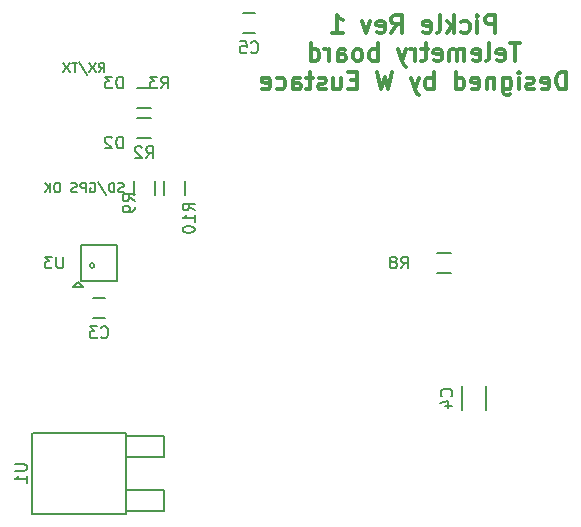
<source format=gbo>
G04 #@! TF.FileFunction,Legend,Bot*
%FSLAX46Y46*%
G04 Gerber Fmt 4.6, Leading zero omitted, Abs format (unit mm)*
G04 Created by KiCad (PCBNEW 4.0.2-stable) date Saturday, 16 July 2016 'pmt' 14:41:27*
%MOMM*%
G01*
G04 APERTURE LIST*
%ADD10C,0.100000*%
%ADD11C,0.300000*%
%ADD12C,0.200000*%
%ADD13C,0.150000*%
G04 APERTURE END LIST*
D10*
D11*
X89407142Y-31298571D02*
X89407142Y-29798571D01*
X88835714Y-29798571D01*
X88692856Y-29870000D01*
X88621428Y-29941429D01*
X88549999Y-30084286D01*
X88549999Y-30298571D01*
X88621428Y-30441429D01*
X88692856Y-30512857D01*
X88835714Y-30584286D01*
X89407142Y-30584286D01*
X87907142Y-31298571D02*
X87907142Y-30298571D01*
X87907142Y-29798571D02*
X87978571Y-29870000D01*
X87907142Y-29941429D01*
X87835714Y-29870000D01*
X87907142Y-29798571D01*
X87907142Y-29941429D01*
X86549999Y-31227143D02*
X86692856Y-31298571D01*
X86978570Y-31298571D01*
X87121428Y-31227143D01*
X87192856Y-31155714D01*
X87264285Y-31012857D01*
X87264285Y-30584286D01*
X87192856Y-30441429D01*
X87121428Y-30370000D01*
X86978570Y-30298571D01*
X86692856Y-30298571D01*
X86549999Y-30370000D01*
X85907142Y-31298571D02*
X85907142Y-29798571D01*
X85764285Y-30727143D02*
X85335714Y-31298571D01*
X85335714Y-30298571D02*
X85907142Y-30870000D01*
X84478570Y-31298571D02*
X84621428Y-31227143D01*
X84692856Y-31084286D01*
X84692856Y-29798571D01*
X83335714Y-31227143D02*
X83478571Y-31298571D01*
X83764285Y-31298571D01*
X83907142Y-31227143D01*
X83978571Y-31084286D01*
X83978571Y-30512857D01*
X83907142Y-30370000D01*
X83764285Y-30298571D01*
X83478571Y-30298571D01*
X83335714Y-30370000D01*
X83264285Y-30512857D01*
X83264285Y-30655714D01*
X83978571Y-30798571D01*
X80621428Y-31298571D02*
X81121428Y-30584286D01*
X81478571Y-31298571D02*
X81478571Y-29798571D01*
X80907143Y-29798571D01*
X80764285Y-29870000D01*
X80692857Y-29941429D01*
X80621428Y-30084286D01*
X80621428Y-30298571D01*
X80692857Y-30441429D01*
X80764285Y-30512857D01*
X80907143Y-30584286D01*
X81478571Y-30584286D01*
X79407143Y-31227143D02*
X79550000Y-31298571D01*
X79835714Y-31298571D01*
X79978571Y-31227143D01*
X80050000Y-31084286D01*
X80050000Y-30512857D01*
X79978571Y-30370000D01*
X79835714Y-30298571D01*
X79550000Y-30298571D01*
X79407143Y-30370000D01*
X79335714Y-30512857D01*
X79335714Y-30655714D01*
X80050000Y-30798571D01*
X78835714Y-30298571D02*
X78478571Y-31298571D01*
X78121429Y-30298571D01*
X75621429Y-31298571D02*
X76478572Y-31298571D01*
X76050000Y-31298571D02*
X76050000Y-29798571D01*
X76192857Y-30012857D01*
X76335715Y-30155714D01*
X76478572Y-30227143D01*
X91514285Y-32198571D02*
X90657142Y-32198571D01*
X91085713Y-33698571D02*
X91085713Y-32198571D01*
X89585714Y-33627143D02*
X89728571Y-33698571D01*
X90014285Y-33698571D01*
X90157142Y-33627143D01*
X90228571Y-33484286D01*
X90228571Y-32912857D01*
X90157142Y-32770000D01*
X90014285Y-32698571D01*
X89728571Y-32698571D01*
X89585714Y-32770000D01*
X89514285Y-32912857D01*
X89514285Y-33055714D01*
X90228571Y-33198571D01*
X88657142Y-33698571D02*
X88800000Y-33627143D01*
X88871428Y-33484286D01*
X88871428Y-32198571D01*
X87514286Y-33627143D02*
X87657143Y-33698571D01*
X87942857Y-33698571D01*
X88085714Y-33627143D01*
X88157143Y-33484286D01*
X88157143Y-32912857D01*
X88085714Y-32770000D01*
X87942857Y-32698571D01*
X87657143Y-32698571D01*
X87514286Y-32770000D01*
X87442857Y-32912857D01*
X87442857Y-33055714D01*
X88157143Y-33198571D01*
X86800000Y-33698571D02*
X86800000Y-32698571D01*
X86800000Y-32841429D02*
X86728572Y-32770000D01*
X86585714Y-32698571D01*
X86371429Y-32698571D01*
X86228572Y-32770000D01*
X86157143Y-32912857D01*
X86157143Y-33698571D01*
X86157143Y-32912857D02*
X86085714Y-32770000D01*
X85942857Y-32698571D01*
X85728572Y-32698571D01*
X85585714Y-32770000D01*
X85514286Y-32912857D01*
X85514286Y-33698571D01*
X84228572Y-33627143D02*
X84371429Y-33698571D01*
X84657143Y-33698571D01*
X84800000Y-33627143D01*
X84871429Y-33484286D01*
X84871429Y-32912857D01*
X84800000Y-32770000D01*
X84657143Y-32698571D01*
X84371429Y-32698571D01*
X84228572Y-32770000D01*
X84157143Y-32912857D01*
X84157143Y-33055714D01*
X84871429Y-33198571D01*
X83728572Y-32698571D02*
X83157143Y-32698571D01*
X83514286Y-32198571D02*
X83514286Y-33484286D01*
X83442858Y-33627143D01*
X83300000Y-33698571D01*
X83157143Y-33698571D01*
X82657143Y-33698571D02*
X82657143Y-32698571D01*
X82657143Y-32984286D02*
X82585715Y-32841429D01*
X82514286Y-32770000D01*
X82371429Y-32698571D01*
X82228572Y-32698571D01*
X81871429Y-32698571D02*
X81514286Y-33698571D01*
X81157144Y-32698571D02*
X81514286Y-33698571D01*
X81657144Y-34055714D01*
X81728572Y-34127143D01*
X81871429Y-34198571D01*
X79442858Y-33698571D02*
X79442858Y-32198571D01*
X79442858Y-32770000D02*
X79300001Y-32698571D01*
X79014287Y-32698571D01*
X78871430Y-32770000D01*
X78800001Y-32841429D01*
X78728572Y-32984286D01*
X78728572Y-33412857D01*
X78800001Y-33555714D01*
X78871430Y-33627143D01*
X79014287Y-33698571D01*
X79300001Y-33698571D01*
X79442858Y-33627143D01*
X77871429Y-33698571D02*
X78014287Y-33627143D01*
X78085715Y-33555714D01*
X78157144Y-33412857D01*
X78157144Y-32984286D01*
X78085715Y-32841429D01*
X78014287Y-32770000D01*
X77871429Y-32698571D01*
X77657144Y-32698571D01*
X77514287Y-32770000D01*
X77442858Y-32841429D01*
X77371429Y-32984286D01*
X77371429Y-33412857D01*
X77442858Y-33555714D01*
X77514287Y-33627143D01*
X77657144Y-33698571D01*
X77871429Y-33698571D01*
X76085715Y-33698571D02*
X76085715Y-32912857D01*
X76157144Y-32770000D01*
X76300001Y-32698571D01*
X76585715Y-32698571D01*
X76728572Y-32770000D01*
X76085715Y-33627143D02*
X76228572Y-33698571D01*
X76585715Y-33698571D01*
X76728572Y-33627143D01*
X76800001Y-33484286D01*
X76800001Y-33341429D01*
X76728572Y-33198571D01*
X76585715Y-33127143D01*
X76228572Y-33127143D01*
X76085715Y-33055714D01*
X75371429Y-33698571D02*
X75371429Y-32698571D01*
X75371429Y-32984286D02*
X75300001Y-32841429D01*
X75228572Y-32770000D01*
X75085715Y-32698571D01*
X74942858Y-32698571D01*
X73800001Y-33698571D02*
X73800001Y-32198571D01*
X73800001Y-33627143D02*
X73942858Y-33698571D01*
X74228572Y-33698571D01*
X74371430Y-33627143D01*
X74442858Y-33555714D01*
X74514287Y-33412857D01*
X74514287Y-32984286D01*
X74442858Y-32841429D01*
X74371430Y-32770000D01*
X74228572Y-32698571D01*
X73942858Y-32698571D01*
X73800001Y-32770000D01*
X95407143Y-36098571D02*
X95407143Y-34598571D01*
X95050000Y-34598571D01*
X94835715Y-34670000D01*
X94692857Y-34812857D01*
X94621429Y-34955714D01*
X94550000Y-35241429D01*
X94550000Y-35455714D01*
X94621429Y-35741429D01*
X94692857Y-35884286D01*
X94835715Y-36027143D01*
X95050000Y-36098571D01*
X95407143Y-36098571D01*
X93335715Y-36027143D02*
X93478572Y-36098571D01*
X93764286Y-36098571D01*
X93907143Y-36027143D01*
X93978572Y-35884286D01*
X93978572Y-35312857D01*
X93907143Y-35170000D01*
X93764286Y-35098571D01*
X93478572Y-35098571D01*
X93335715Y-35170000D01*
X93264286Y-35312857D01*
X93264286Y-35455714D01*
X93978572Y-35598571D01*
X92692858Y-36027143D02*
X92550001Y-36098571D01*
X92264286Y-36098571D01*
X92121429Y-36027143D01*
X92050001Y-35884286D01*
X92050001Y-35812857D01*
X92121429Y-35670000D01*
X92264286Y-35598571D01*
X92478572Y-35598571D01*
X92621429Y-35527143D01*
X92692858Y-35384286D01*
X92692858Y-35312857D01*
X92621429Y-35170000D01*
X92478572Y-35098571D01*
X92264286Y-35098571D01*
X92121429Y-35170000D01*
X91407143Y-36098571D02*
X91407143Y-35098571D01*
X91407143Y-34598571D02*
X91478572Y-34670000D01*
X91407143Y-34741429D01*
X91335715Y-34670000D01*
X91407143Y-34598571D01*
X91407143Y-34741429D01*
X90050000Y-35098571D02*
X90050000Y-36312857D01*
X90121429Y-36455714D01*
X90192857Y-36527143D01*
X90335714Y-36598571D01*
X90550000Y-36598571D01*
X90692857Y-36527143D01*
X90050000Y-36027143D02*
X90192857Y-36098571D01*
X90478571Y-36098571D01*
X90621429Y-36027143D01*
X90692857Y-35955714D01*
X90764286Y-35812857D01*
X90764286Y-35384286D01*
X90692857Y-35241429D01*
X90621429Y-35170000D01*
X90478571Y-35098571D01*
X90192857Y-35098571D01*
X90050000Y-35170000D01*
X89335714Y-35098571D02*
X89335714Y-36098571D01*
X89335714Y-35241429D02*
X89264286Y-35170000D01*
X89121428Y-35098571D01*
X88907143Y-35098571D01*
X88764286Y-35170000D01*
X88692857Y-35312857D01*
X88692857Y-36098571D01*
X87407143Y-36027143D02*
X87550000Y-36098571D01*
X87835714Y-36098571D01*
X87978571Y-36027143D01*
X88050000Y-35884286D01*
X88050000Y-35312857D01*
X87978571Y-35170000D01*
X87835714Y-35098571D01*
X87550000Y-35098571D01*
X87407143Y-35170000D01*
X87335714Y-35312857D01*
X87335714Y-35455714D01*
X88050000Y-35598571D01*
X86050000Y-36098571D02*
X86050000Y-34598571D01*
X86050000Y-36027143D02*
X86192857Y-36098571D01*
X86478571Y-36098571D01*
X86621429Y-36027143D01*
X86692857Y-35955714D01*
X86764286Y-35812857D01*
X86764286Y-35384286D01*
X86692857Y-35241429D01*
X86621429Y-35170000D01*
X86478571Y-35098571D01*
X86192857Y-35098571D01*
X86050000Y-35170000D01*
X84192857Y-36098571D02*
X84192857Y-34598571D01*
X84192857Y-35170000D02*
X84050000Y-35098571D01*
X83764286Y-35098571D01*
X83621429Y-35170000D01*
X83550000Y-35241429D01*
X83478571Y-35384286D01*
X83478571Y-35812857D01*
X83550000Y-35955714D01*
X83621429Y-36027143D01*
X83764286Y-36098571D01*
X84050000Y-36098571D01*
X84192857Y-36027143D01*
X82978571Y-35098571D02*
X82621428Y-36098571D01*
X82264286Y-35098571D02*
X82621428Y-36098571D01*
X82764286Y-36455714D01*
X82835714Y-36527143D01*
X82978571Y-36598571D01*
X80692857Y-34598571D02*
X80335714Y-36098571D01*
X80050000Y-35027143D01*
X79764286Y-36098571D01*
X79407143Y-34598571D01*
X77692857Y-35312857D02*
X77192857Y-35312857D01*
X76978571Y-36098571D02*
X77692857Y-36098571D01*
X77692857Y-34598571D01*
X76978571Y-34598571D01*
X75692857Y-35098571D02*
X75692857Y-36098571D01*
X76335714Y-35098571D02*
X76335714Y-35884286D01*
X76264286Y-36027143D01*
X76121428Y-36098571D01*
X75907143Y-36098571D01*
X75764286Y-36027143D01*
X75692857Y-35955714D01*
X75050000Y-36027143D02*
X74907143Y-36098571D01*
X74621428Y-36098571D01*
X74478571Y-36027143D01*
X74407143Y-35884286D01*
X74407143Y-35812857D01*
X74478571Y-35670000D01*
X74621428Y-35598571D01*
X74835714Y-35598571D01*
X74978571Y-35527143D01*
X75050000Y-35384286D01*
X75050000Y-35312857D01*
X74978571Y-35170000D01*
X74835714Y-35098571D01*
X74621428Y-35098571D01*
X74478571Y-35170000D01*
X73978571Y-35098571D02*
X73407142Y-35098571D01*
X73764285Y-34598571D02*
X73764285Y-35884286D01*
X73692857Y-36027143D01*
X73549999Y-36098571D01*
X73407142Y-36098571D01*
X72264285Y-36098571D02*
X72264285Y-35312857D01*
X72335714Y-35170000D01*
X72478571Y-35098571D01*
X72764285Y-35098571D01*
X72907142Y-35170000D01*
X72264285Y-36027143D02*
X72407142Y-36098571D01*
X72764285Y-36098571D01*
X72907142Y-36027143D01*
X72978571Y-35884286D01*
X72978571Y-35741429D01*
X72907142Y-35598571D01*
X72764285Y-35527143D01*
X72407142Y-35527143D01*
X72264285Y-35455714D01*
X70907142Y-36027143D02*
X71049999Y-36098571D01*
X71335713Y-36098571D01*
X71478571Y-36027143D01*
X71549999Y-35955714D01*
X71621428Y-35812857D01*
X71621428Y-35384286D01*
X71549999Y-35241429D01*
X71478571Y-35170000D01*
X71335713Y-35098571D01*
X71049999Y-35098571D01*
X70907142Y-35170000D01*
X69692857Y-36027143D02*
X69835714Y-36098571D01*
X70121428Y-36098571D01*
X70264285Y-36027143D01*
X70335714Y-35884286D01*
X70335714Y-35312857D01*
X70264285Y-35170000D01*
X70121428Y-35098571D01*
X69835714Y-35098571D01*
X69692857Y-35170000D01*
X69621428Y-35312857D01*
X69621428Y-35455714D01*
X70335714Y-35598571D01*
D12*
X57962381Y-44773810D02*
X57848095Y-44811905D01*
X57657619Y-44811905D01*
X57581429Y-44773810D01*
X57543333Y-44735714D01*
X57505238Y-44659524D01*
X57505238Y-44583333D01*
X57543333Y-44507143D01*
X57581429Y-44469048D01*
X57657619Y-44430952D01*
X57810000Y-44392857D01*
X57886191Y-44354762D01*
X57924286Y-44316667D01*
X57962381Y-44240476D01*
X57962381Y-44164286D01*
X57924286Y-44088095D01*
X57886191Y-44050000D01*
X57810000Y-44011905D01*
X57619524Y-44011905D01*
X57505238Y-44050000D01*
X57162381Y-44811905D02*
X57162381Y-44011905D01*
X56971905Y-44011905D01*
X56857619Y-44050000D01*
X56781428Y-44126190D01*
X56743333Y-44202381D01*
X56705238Y-44354762D01*
X56705238Y-44469048D01*
X56743333Y-44621429D01*
X56781428Y-44697619D01*
X56857619Y-44773810D01*
X56971905Y-44811905D01*
X57162381Y-44811905D01*
X55790952Y-43973810D02*
X56476667Y-45002381D01*
X55105238Y-44050000D02*
X55181429Y-44011905D01*
X55295714Y-44011905D01*
X55410000Y-44050000D01*
X55486191Y-44126190D01*
X55524286Y-44202381D01*
X55562381Y-44354762D01*
X55562381Y-44469048D01*
X55524286Y-44621429D01*
X55486191Y-44697619D01*
X55410000Y-44773810D01*
X55295714Y-44811905D01*
X55219524Y-44811905D01*
X55105238Y-44773810D01*
X55067143Y-44735714D01*
X55067143Y-44469048D01*
X55219524Y-44469048D01*
X54724286Y-44811905D02*
X54724286Y-44011905D01*
X54419524Y-44011905D01*
X54343333Y-44050000D01*
X54305238Y-44088095D01*
X54267143Y-44164286D01*
X54267143Y-44278571D01*
X54305238Y-44354762D01*
X54343333Y-44392857D01*
X54419524Y-44430952D01*
X54724286Y-44430952D01*
X53962381Y-44773810D02*
X53848095Y-44811905D01*
X53657619Y-44811905D01*
X53581429Y-44773810D01*
X53543333Y-44735714D01*
X53505238Y-44659524D01*
X53505238Y-44583333D01*
X53543333Y-44507143D01*
X53581429Y-44469048D01*
X53657619Y-44430952D01*
X53810000Y-44392857D01*
X53886191Y-44354762D01*
X53924286Y-44316667D01*
X53962381Y-44240476D01*
X53962381Y-44164286D01*
X53924286Y-44088095D01*
X53886191Y-44050000D01*
X53810000Y-44011905D01*
X53619524Y-44011905D01*
X53505238Y-44050000D01*
X52400476Y-44011905D02*
X52248095Y-44011905D01*
X52171904Y-44050000D01*
X52095714Y-44126190D01*
X52057619Y-44278571D01*
X52057619Y-44545238D01*
X52095714Y-44697619D01*
X52171904Y-44773810D01*
X52248095Y-44811905D01*
X52400476Y-44811905D01*
X52476666Y-44773810D01*
X52552857Y-44697619D01*
X52590952Y-44545238D01*
X52590952Y-44278571D01*
X52552857Y-44126190D01*
X52476666Y-44050000D01*
X52400476Y-44011905D01*
X51714762Y-44811905D02*
X51714762Y-44011905D01*
X51257619Y-44811905D02*
X51600476Y-44354762D01*
X51257619Y-44011905D02*
X51714762Y-44469048D01*
X55848095Y-34651905D02*
X56114762Y-34270952D01*
X56305238Y-34651905D02*
X56305238Y-33851905D01*
X56000476Y-33851905D01*
X55924285Y-33890000D01*
X55886190Y-33928095D01*
X55848095Y-34004286D01*
X55848095Y-34118571D01*
X55886190Y-34194762D01*
X55924285Y-34232857D01*
X56000476Y-34270952D01*
X56305238Y-34270952D01*
X55581428Y-33851905D02*
X55048095Y-34651905D01*
X55048095Y-33851905D02*
X55581428Y-34651905D01*
X54171904Y-33813810D02*
X54857619Y-34842381D01*
X54019524Y-33851905D02*
X53562381Y-33851905D01*
X53790952Y-34651905D02*
X53790952Y-33851905D01*
X53371904Y-33851905D02*
X52838571Y-34651905D01*
X52838571Y-33851905D02*
X53371904Y-34651905D01*
D13*
X60290000Y-38495000D02*
X59090000Y-38495000D01*
X59090000Y-40245000D02*
X60290000Y-40245000D01*
X60290000Y-35955000D02*
X59090000Y-35955000D01*
X59090000Y-37705000D02*
X60290000Y-37705000D01*
X84490000Y-51675000D02*
X85690000Y-51675000D01*
X85690000Y-49925000D02*
X84490000Y-49925000D01*
X61355000Y-43850000D02*
X61355000Y-45050000D01*
X63105000Y-45050000D02*
X63105000Y-43850000D01*
X58815000Y-43850000D02*
X58815000Y-45050000D01*
X60565000Y-45050000D02*
X60565000Y-43850000D01*
X54280000Y-52800000D02*
X54480000Y-52800000D01*
X54480000Y-52800000D02*
X54080000Y-52400000D01*
X54080000Y-52400000D02*
X53680000Y-52800000D01*
X53680000Y-52800000D02*
X54280000Y-52800000D01*
X55480000Y-51000000D02*
G75*
G03X55480000Y-51000000I-200000J0D01*
G01*
X54380000Y-52300000D02*
X57380000Y-52300000D01*
X57380000Y-52300000D02*
X57380000Y-49300000D01*
X57380000Y-49300000D02*
X54380000Y-49300000D01*
X54380000Y-49300000D02*
X54380000Y-52300000D01*
X58166000Y-69977000D02*
X61341000Y-69977000D01*
X61341000Y-69977000D02*
X61341000Y-71755000D01*
X61341000Y-71755000D02*
X58166000Y-71755000D01*
X58166000Y-65405000D02*
X61341000Y-65405000D01*
X61341000Y-65405000D02*
X61341000Y-67183000D01*
X61341000Y-67183000D02*
X58166000Y-67183000D01*
X52070000Y-72009000D02*
X58166000Y-72009000D01*
X58166000Y-72009000D02*
X58166000Y-65151000D01*
X58166000Y-65151000D02*
X50292000Y-65151000D01*
X50165000Y-65151000D02*
X50165000Y-72009000D01*
X50292000Y-72009000D02*
X52070000Y-72009000D01*
X56380000Y-55460000D02*
X55380000Y-55460000D01*
X55380000Y-53760000D02*
X56380000Y-53760000D01*
X86605000Y-63230000D02*
X86605000Y-61230000D01*
X88655000Y-61230000D02*
X88655000Y-63230000D01*
X69080000Y-31330000D02*
X68080000Y-31330000D01*
X68080000Y-29630000D02*
X69080000Y-29630000D01*
X57888095Y-41092381D02*
X57888095Y-40092381D01*
X57650000Y-40092381D01*
X57507142Y-40140000D01*
X57411904Y-40235238D01*
X57364285Y-40330476D01*
X57316666Y-40520952D01*
X57316666Y-40663810D01*
X57364285Y-40854286D01*
X57411904Y-40949524D01*
X57507142Y-41044762D01*
X57650000Y-41092381D01*
X57888095Y-41092381D01*
X56935714Y-40187619D02*
X56888095Y-40140000D01*
X56792857Y-40092381D01*
X56554761Y-40092381D01*
X56459523Y-40140000D01*
X56411904Y-40187619D01*
X56364285Y-40282857D01*
X56364285Y-40378095D01*
X56411904Y-40520952D01*
X56983333Y-41092381D01*
X56364285Y-41092381D01*
X57888095Y-36012381D02*
X57888095Y-35012381D01*
X57650000Y-35012381D01*
X57507142Y-35060000D01*
X57411904Y-35155238D01*
X57364285Y-35250476D01*
X57316666Y-35440952D01*
X57316666Y-35583810D01*
X57364285Y-35774286D01*
X57411904Y-35869524D01*
X57507142Y-35964762D01*
X57650000Y-36012381D01*
X57888095Y-36012381D01*
X56983333Y-35012381D02*
X56364285Y-35012381D01*
X56697619Y-35393333D01*
X56554761Y-35393333D01*
X56459523Y-35440952D01*
X56411904Y-35488571D01*
X56364285Y-35583810D01*
X56364285Y-35821905D01*
X56411904Y-35917143D01*
X56459523Y-35964762D01*
X56554761Y-36012381D01*
X56840476Y-36012381D01*
X56935714Y-35964762D01*
X56983333Y-35917143D01*
X59856666Y-41922381D02*
X60190000Y-41446190D01*
X60428095Y-41922381D02*
X60428095Y-40922381D01*
X60047142Y-40922381D01*
X59951904Y-40970000D01*
X59904285Y-41017619D01*
X59856666Y-41112857D01*
X59856666Y-41255714D01*
X59904285Y-41350952D01*
X59951904Y-41398571D01*
X60047142Y-41446190D01*
X60428095Y-41446190D01*
X59475714Y-41017619D02*
X59428095Y-40970000D01*
X59332857Y-40922381D01*
X59094761Y-40922381D01*
X58999523Y-40970000D01*
X58951904Y-41017619D01*
X58904285Y-41112857D01*
X58904285Y-41208095D01*
X58951904Y-41350952D01*
X59523333Y-41922381D01*
X58904285Y-41922381D01*
X61126666Y-36012381D02*
X61460000Y-35536190D01*
X61698095Y-36012381D02*
X61698095Y-35012381D01*
X61317142Y-35012381D01*
X61221904Y-35060000D01*
X61174285Y-35107619D01*
X61126666Y-35202857D01*
X61126666Y-35345714D01*
X61174285Y-35440952D01*
X61221904Y-35488571D01*
X61317142Y-35536190D01*
X61698095Y-35536190D01*
X60793333Y-35012381D02*
X60174285Y-35012381D01*
X60507619Y-35393333D01*
X60364761Y-35393333D01*
X60269523Y-35440952D01*
X60221904Y-35488571D01*
X60174285Y-35583810D01*
X60174285Y-35821905D01*
X60221904Y-35917143D01*
X60269523Y-35964762D01*
X60364761Y-36012381D01*
X60650476Y-36012381D01*
X60745714Y-35964762D01*
X60793333Y-35917143D01*
X81446666Y-51252381D02*
X81780000Y-50776190D01*
X82018095Y-51252381D02*
X82018095Y-50252381D01*
X81637142Y-50252381D01*
X81541904Y-50300000D01*
X81494285Y-50347619D01*
X81446666Y-50442857D01*
X81446666Y-50585714D01*
X81494285Y-50680952D01*
X81541904Y-50728571D01*
X81637142Y-50776190D01*
X82018095Y-50776190D01*
X80875238Y-50680952D02*
X80970476Y-50633333D01*
X81018095Y-50585714D01*
X81065714Y-50490476D01*
X81065714Y-50442857D01*
X81018095Y-50347619D01*
X80970476Y-50300000D01*
X80875238Y-50252381D01*
X80684761Y-50252381D01*
X80589523Y-50300000D01*
X80541904Y-50347619D01*
X80494285Y-50442857D01*
X80494285Y-50490476D01*
X80541904Y-50585714D01*
X80589523Y-50633333D01*
X80684761Y-50680952D01*
X80875238Y-50680952D01*
X80970476Y-50728571D01*
X81018095Y-50776190D01*
X81065714Y-50871429D01*
X81065714Y-51061905D01*
X81018095Y-51157143D01*
X80970476Y-51204762D01*
X80875238Y-51252381D01*
X80684761Y-51252381D01*
X80589523Y-51204762D01*
X80541904Y-51157143D01*
X80494285Y-51061905D01*
X80494285Y-50871429D01*
X80541904Y-50776190D01*
X80589523Y-50728571D01*
X80684761Y-50680952D01*
X58872381Y-45553334D02*
X58396190Y-45220000D01*
X58872381Y-44981905D02*
X57872381Y-44981905D01*
X57872381Y-45362858D01*
X57920000Y-45458096D01*
X57967619Y-45505715D01*
X58062857Y-45553334D01*
X58205714Y-45553334D01*
X58300952Y-45505715D01*
X58348571Y-45458096D01*
X58396190Y-45362858D01*
X58396190Y-44981905D01*
X58872381Y-46029524D02*
X58872381Y-46220000D01*
X58824762Y-46315239D01*
X58777143Y-46362858D01*
X58634286Y-46458096D01*
X58443810Y-46505715D01*
X58062857Y-46505715D01*
X57967619Y-46458096D01*
X57920000Y-46410477D01*
X57872381Y-46315239D01*
X57872381Y-46124762D01*
X57920000Y-46029524D01*
X57967619Y-45981905D01*
X58062857Y-45934286D01*
X58300952Y-45934286D01*
X58396190Y-45981905D01*
X58443810Y-46029524D01*
X58491429Y-46124762D01*
X58491429Y-46315239D01*
X58443810Y-46410477D01*
X58396190Y-46458096D01*
X58300952Y-46505715D01*
X63952381Y-46347143D02*
X63476190Y-46013809D01*
X63952381Y-45775714D02*
X62952381Y-45775714D01*
X62952381Y-46156667D01*
X63000000Y-46251905D01*
X63047619Y-46299524D01*
X63142857Y-46347143D01*
X63285714Y-46347143D01*
X63380952Y-46299524D01*
X63428571Y-46251905D01*
X63476190Y-46156667D01*
X63476190Y-45775714D01*
X63952381Y-47299524D02*
X63952381Y-46728095D01*
X63952381Y-47013809D02*
X62952381Y-47013809D01*
X63095238Y-46918571D01*
X63190476Y-46823333D01*
X63238095Y-46728095D01*
X62952381Y-47918571D02*
X62952381Y-48013810D01*
X63000000Y-48109048D01*
X63047619Y-48156667D01*
X63142857Y-48204286D01*
X63333333Y-48251905D01*
X63571429Y-48251905D01*
X63761905Y-48204286D01*
X63857143Y-48156667D01*
X63904762Y-48109048D01*
X63952381Y-48013810D01*
X63952381Y-47918571D01*
X63904762Y-47823333D01*
X63857143Y-47775714D01*
X63761905Y-47728095D01*
X63571429Y-47680476D01*
X63333333Y-47680476D01*
X63142857Y-47728095D01*
X63047619Y-47775714D01*
X63000000Y-47823333D01*
X62952381Y-47918571D01*
X52831905Y-50252381D02*
X52831905Y-51061905D01*
X52784286Y-51157143D01*
X52736667Y-51204762D01*
X52641429Y-51252381D01*
X52450952Y-51252381D01*
X52355714Y-51204762D01*
X52308095Y-51157143D01*
X52260476Y-51061905D01*
X52260476Y-50252381D01*
X51879524Y-50252381D02*
X51260476Y-50252381D01*
X51593810Y-50633333D01*
X51450952Y-50633333D01*
X51355714Y-50680952D01*
X51308095Y-50728571D01*
X51260476Y-50823810D01*
X51260476Y-51061905D01*
X51308095Y-51157143D01*
X51355714Y-51204762D01*
X51450952Y-51252381D01*
X51736667Y-51252381D01*
X51831905Y-51204762D01*
X51879524Y-51157143D01*
X48728381Y-67818095D02*
X49537905Y-67818095D01*
X49633143Y-67865714D01*
X49680762Y-67913333D01*
X49728381Y-68008571D01*
X49728381Y-68199048D01*
X49680762Y-68294286D01*
X49633143Y-68341905D01*
X49537905Y-68389524D01*
X48728381Y-68389524D01*
X49728381Y-69389524D02*
X49728381Y-68818095D01*
X49728381Y-69103809D02*
X48728381Y-69103809D01*
X48871238Y-69008571D01*
X48966476Y-68913333D01*
X49014095Y-68818095D01*
X56046666Y-57067143D02*
X56094285Y-57114762D01*
X56237142Y-57162381D01*
X56332380Y-57162381D01*
X56475238Y-57114762D01*
X56570476Y-57019524D01*
X56618095Y-56924286D01*
X56665714Y-56733810D01*
X56665714Y-56590952D01*
X56618095Y-56400476D01*
X56570476Y-56305238D01*
X56475238Y-56210000D01*
X56332380Y-56162381D01*
X56237142Y-56162381D01*
X56094285Y-56210000D01*
X56046666Y-56257619D01*
X55713333Y-56162381D02*
X55094285Y-56162381D01*
X55427619Y-56543333D01*
X55284761Y-56543333D01*
X55189523Y-56590952D01*
X55141904Y-56638571D01*
X55094285Y-56733810D01*
X55094285Y-56971905D01*
X55141904Y-57067143D01*
X55189523Y-57114762D01*
X55284761Y-57162381D01*
X55570476Y-57162381D01*
X55665714Y-57114762D01*
X55713333Y-57067143D01*
X85687143Y-62063334D02*
X85734762Y-62015715D01*
X85782381Y-61872858D01*
X85782381Y-61777620D01*
X85734762Y-61634762D01*
X85639524Y-61539524D01*
X85544286Y-61491905D01*
X85353810Y-61444286D01*
X85210952Y-61444286D01*
X85020476Y-61491905D01*
X84925238Y-61539524D01*
X84830000Y-61634762D01*
X84782381Y-61777620D01*
X84782381Y-61872858D01*
X84830000Y-62015715D01*
X84877619Y-62063334D01*
X85115714Y-62920477D02*
X85782381Y-62920477D01*
X84734762Y-62682381D02*
X85449048Y-62444286D01*
X85449048Y-63063334D01*
X68746666Y-32937143D02*
X68794285Y-32984762D01*
X68937142Y-33032381D01*
X69032380Y-33032381D01*
X69175238Y-32984762D01*
X69270476Y-32889524D01*
X69318095Y-32794286D01*
X69365714Y-32603810D01*
X69365714Y-32460952D01*
X69318095Y-32270476D01*
X69270476Y-32175238D01*
X69175238Y-32080000D01*
X69032380Y-32032381D01*
X68937142Y-32032381D01*
X68794285Y-32080000D01*
X68746666Y-32127619D01*
X67841904Y-32032381D02*
X68318095Y-32032381D01*
X68365714Y-32508571D01*
X68318095Y-32460952D01*
X68222857Y-32413333D01*
X67984761Y-32413333D01*
X67889523Y-32460952D01*
X67841904Y-32508571D01*
X67794285Y-32603810D01*
X67794285Y-32841905D01*
X67841904Y-32937143D01*
X67889523Y-32984762D01*
X67984761Y-33032381D01*
X68222857Y-33032381D01*
X68318095Y-32984762D01*
X68365714Y-32937143D01*
M02*

</source>
